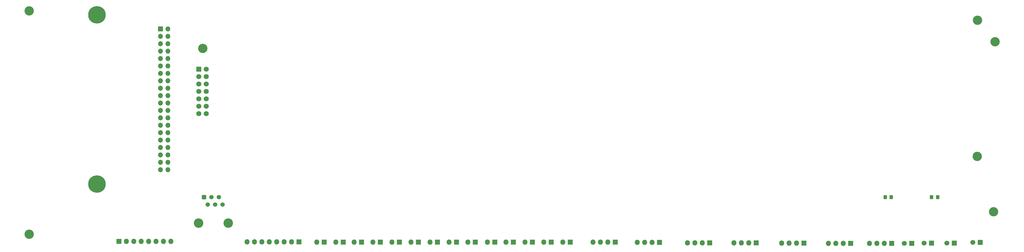
<source format=gbr>
%TF.GenerationSoftware,KiCad,Pcbnew,9.0.7*%
%TF.CreationDate,2026-02-11T10:07:39-06:00*%
%TF.ProjectId,GrizzlySimHW,4772697a-7a6c-4795-9369-6d48572e6b69,rev?*%
%TF.SameCoordinates,Original*%
%TF.FileFunction,Soldermask,Top*%
%TF.FilePolarity,Negative*%
%FSLAX46Y46*%
G04 Gerber Fmt 4.6, Leading zero omitted, Abs format (unit mm)*
G04 Created by KiCad (PCBNEW 9.0.7) date 2026-02-11 10:07:39*
%MOMM*%
%LPD*%
G01*
G04 APERTURE LIST*
G04 Aperture macros list*
%AMRoundRect*
0 Rectangle with rounded corners*
0 $1 Rounding radius*
0 $2 $3 $4 $5 $6 $7 $8 $9 X,Y pos of 4 corners*
0 Add a 4 corners polygon primitive as box body*
4,1,4,$2,$3,$4,$5,$6,$7,$8,$9,$2,$3,0*
0 Add four circle primitives for the rounded corners*
1,1,$1+$1,$2,$3*
1,1,$1+$1,$4,$5*
1,1,$1+$1,$6,$7*
1,1,$1+$1,$8,$9*
0 Add four rect primitives between the rounded corners*
20,1,$1+$1,$2,$3,$4,$5,0*
20,1,$1+$1,$4,$5,$6,$7,0*
20,1,$1+$1,$6,$7,$8,$9,0*
20,1,$1+$1,$8,$9,$2,$3,0*%
G04 Aperture macros list end*
%ADD10R,1.800000X1.800000*%
%ADD11O,1.800000X1.800000*%
%ADD12C,3.200000*%
%ADD13R,1.700000X1.700000*%
%ADD14C,1.700000*%
%ADD15C,3.250000*%
%ADD16RoundRect,0.250000X-0.510000X-0.510000X0.510000X-0.510000X0.510000X0.510000X-0.510000X0.510000X0*%
%ADD17C,1.520000*%
%ADD18RoundRect,0.250000X0.325000X0.450000X-0.325000X0.450000X-0.325000X-0.450000X0.325000X-0.450000X0*%
%ADD19RoundRect,0.102000X-0.765000X0.765000X-0.765000X-0.765000X0.765000X-0.765000X0.765000X0.765000X0*%
%ADD20C,1.734000*%
%ADD21C,6.000000*%
%ADD22O,1.700000X1.700000*%
G04 APERTURE END LIST*
D10*
%TO.C,J31*%
X-205359000Y-110413800D03*
D11*
X-207899000Y-110413800D03*
X-210439000Y-110413800D03*
X-212979000Y-110413800D03*
%TD*%
D10*
%TO.C,J8*%
X-254815300Y-110175000D03*
D11*
X-257355300Y-110175000D03*
X-259895300Y-110175000D03*
X-262435300Y-110175000D03*
%TD*%
D10*
%TO.C,J5*%
X-175285400Y-110515400D03*
D11*
X-177825400Y-110515400D03*
X-180365400Y-110515400D03*
X-182905400Y-110515400D03*
%TD*%
D12*
%TO.C,REF\u002A\u002A*%
X-411170000Y-43770000D03*
%TD*%
D10*
%TO.C,W14*%
X-285365700Y-110109000D03*
D11*
X-287905700Y-110109000D03*
%TD*%
D12*
%TO.C,REF\u002A\u002A*%
X-145950000Y-34100000D03*
%TD*%
%TO.C,REF\u002A\u002A*%
X-470670000Y-30900000D03*
%TD*%
D10*
%TO.C,W7*%
X-330865700Y-110109000D03*
D11*
X-333405700Y-110109000D03*
%TD*%
D10*
%TO.C,W5*%
X-343865700Y-110109000D03*
D11*
X-346405700Y-110109000D03*
%TD*%
D13*
%TO.C,J1*%
X-161721800Y-110464600D03*
D14*
X-164261800Y-110464600D03*
%TD*%
D10*
%TO.C,J14*%
X-221691200Y-110359200D03*
D11*
X-224231200Y-110359200D03*
X-226771200Y-110359200D03*
X-229311200Y-110359200D03*
%TD*%
D10*
%TO.C,W11*%
X-304865700Y-110109000D03*
D11*
X-307405700Y-110109000D03*
%TD*%
D10*
%TO.C,W1*%
X-369633200Y-110109000D03*
D11*
X-372173200Y-110109000D03*
%TD*%
D10*
%TO.C,W3*%
X-356865700Y-110109000D03*
D11*
X-359405700Y-110109000D03*
%TD*%
D10*
%TO.C,J6*%
X-378256800Y-110058200D03*
D11*
X-380796800Y-110058200D03*
X-383336800Y-110058200D03*
X-385876800Y-110058200D03*
X-388416800Y-110058200D03*
X-390956800Y-110058200D03*
X-393496800Y-110058200D03*
X-396036800Y-110058200D03*
%TD*%
D12*
%TO.C,REF\u002A\u002A*%
X-139920000Y-41410000D03*
%TD*%
D10*
%TO.C,W13*%
X-291865700Y-110109000D03*
D11*
X-294405700Y-110109000D03*
%TD*%
D10*
%TO.C,W6*%
X-337365700Y-110109000D03*
D11*
X-339905700Y-110109000D03*
%TD*%
D10*
%TO.C,J9*%
X-269965600Y-110072600D03*
D11*
X-272505600Y-110072600D03*
X-275045600Y-110072600D03*
X-277585600Y-110072600D03*
%TD*%
D10*
%TO.C,W10*%
X-311213200Y-110109000D03*
D11*
X-313753200Y-110109000D03*
%TD*%
D10*
%TO.C,W4*%
X-350365700Y-110109000D03*
D11*
X-352905700Y-110109000D03*
%TD*%
D10*
%TO.C,W8*%
X-324365700Y-110109000D03*
D11*
X-326905700Y-110109000D03*
%TD*%
D10*
%TO.C,J26*%
X-189331600Y-110540800D03*
D11*
X-191871600Y-110540800D03*
X-194411600Y-110540800D03*
X-196951600Y-110540800D03*
%TD*%
D15*
%TO.C,J7*%
X-412673800Y-103555800D03*
X-402513800Y-103555800D03*
D16*
X-410773800Y-94665800D03*
D17*
X-409503800Y-97205800D03*
X-408233800Y-94665800D03*
X-406963800Y-97205800D03*
X-405693800Y-94665800D03*
X-404423800Y-97205800D03*
%TD*%
D12*
%TO.C,REF\u002A\u002A*%
X-140420000Y-99680000D03*
%TD*%
D10*
%TO.C,W2*%
X-363133200Y-110109000D03*
D11*
X-365673200Y-110109000D03*
%TD*%
D10*
%TO.C,GND2*%
X-439880000Y-109820000D03*
D11*
X-437340000Y-109820000D03*
X-434800000Y-109820000D03*
X-432260000Y-109820000D03*
X-429720000Y-109820000D03*
X-427180000Y-109820000D03*
X-424640000Y-109820000D03*
X-422100000Y-109820000D03*
%TD*%
D18*
%TO.C,D23*%
X-159592500Y-94672500D03*
X-161642500Y-94672500D03*
%TD*%
D13*
%TO.C,J5*%
X-168427400Y-110515400D03*
D14*
X-170967400Y-110515400D03*
%TD*%
D13*
%TO.C,J3*%
X-153855000Y-110460000D03*
D14*
X-156395000Y-110460000D03*
%TD*%
D19*
%TO.C,J37*%
X-412530000Y-50870000D03*
D20*
X-409990000Y-50870000D03*
X-412530000Y-53410000D03*
X-409990000Y-53410000D03*
X-412530000Y-55950000D03*
X-409990000Y-55950000D03*
X-412530000Y-58490000D03*
X-409990000Y-58490000D03*
X-412530000Y-61030000D03*
X-409990000Y-61030000D03*
X-412530000Y-63570000D03*
X-409990000Y-63570000D03*
X-412530000Y-66110000D03*
X-409990000Y-66110000D03*
%TD*%
D18*
%TO.C,D35*%
X-175462500Y-94702500D03*
X-177512500Y-94702500D03*
%TD*%
D10*
%TO.C,J15*%
X-237617200Y-110363000D03*
D11*
X-240157200Y-110363000D03*
X-242697200Y-110363000D03*
X-245237200Y-110363000D03*
%TD*%
D10*
%TO.C,W12*%
X-298365700Y-110109000D03*
D11*
X-300905700Y-110109000D03*
%TD*%
D12*
%TO.C,REF\u002A\u002A*%
X-470670000Y-107420000D03*
%TD*%
%TO.C,REF\u002A\u002A*%
X-146050000Y-80750000D03*
%TD*%
D10*
%TO.C,W9*%
X-317865700Y-110109000D03*
D11*
X-320405700Y-110109000D03*
%TD*%
D13*
%TO.C,J10*%
X-144983200Y-110159800D03*
D14*
X-147523200Y-110159800D03*
%TD*%
D21*
%TO.C,P1*%
X-447405000Y-90185000D03*
X-447405000Y-32185000D03*
D13*
X-425675000Y-37055000D03*
D22*
X-423135000Y-37055000D03*
X-425675000Y-39595000D03*
X-423135000Y-39595000D03*
X-425675000Y-42135000D03*
X-423135000Y-42135000D03*
X-425675000Y-44675000D03*
X-423135000Y-44675000D03*
X-425675000Y-47215000D03*
X-423135000Y-47215000D03*
X-425675000Y-49755000D03*
X-423135000Y-49755000D03*
X-425675000Y-52295000D03*
X-423135000Y-52295000D03*
X-425675000Y-54835000D03*
X-423135000Y-54835000D03*
X-425675000Y-57375000D03*
X-423135000Y-57375000D03*
X-425675000Y-59915000D03*
X-423135000Y-59915000D03*
X-425675000Y-62455000D03*
X-423135000Y-62455000D03*
X-425675000Y-64995000D03*
X-423135000Y-64995000D03*
X-425675000Y-67535000D03*
X-423135000Y-67535000D03*
X-425675000Y-70075000D03*
X-423135000Y-70075000D03*
X-425675000Y-72615000D03*
X-423135000Y-72615000D03*
X-425675000Y-75155000D03*
X-423135000Y-75155000D03*
X-425675000Y-77695000D03*
X-423135000Y-77695000D03*
X-425675000Y-80235000D03*
X-423135000Y-80235000D03*
X-425675000Y-82775000D03*
X-423135000Y-82775000D03*
X-425675000Y-85315000D03*
X-423135000Y-85315000D03*
%TD*%
M02*

</source>
